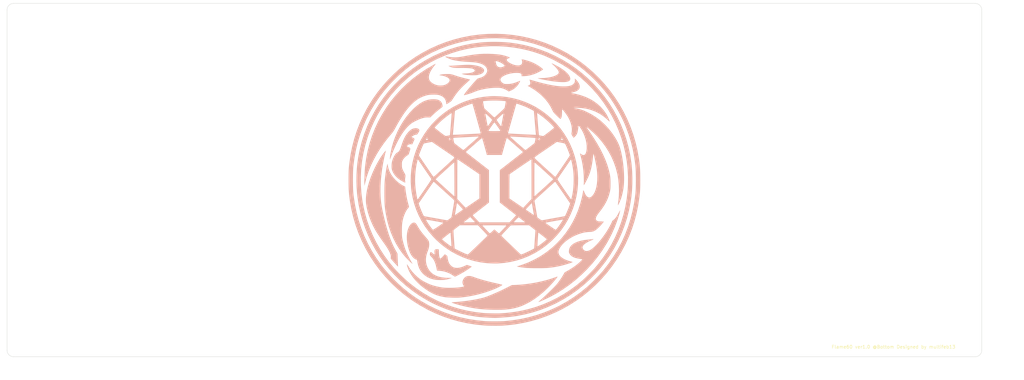
<source format=kicad_pcb>
(kicad_pcb (version 20211014) (generator pcbnew)
  (layers (0 "F.Cu" signal) (31 "B.Cu" signal) (34 "B.Paste" user) (35 "F.Paste" user) (36 "B.SilkS" user "B.Silkscreen") (37 "F.SilkS" user "F.Silkscreen") (38 "B.Mask" user) (39 "F.Mask" user) (44 "Edge.Cuts" user))
  (net 0 "")
  (footprint "kbd_Hole:m2_Screw_Hole" (layer "F.Cu") (at 358 61)
    (fp_text reference "H9")
    (fp_text value "MountingHole")
    (pad "" np_thru_hole circle locked (at 0 0) (size 2.2 2.2) (drill 2.2) (layers *.Cu *.Mask))
  )
  (footprint "kbd_Hole:m2_Screw_Hole" (layer "F.Cu") (at 358 141)
    (fp_text reference "H11")
    (fp_text value "MountingHole")
    (pad "" np_thru_hole circle locked (at 0 0) (size 2.2 2.2) (drill 2.2) (layers *.Cu *.Mask))
  )
  (footprint "kbd_Hole:m2_Screw_Hole" (layer "F.Cu") (at 162 163)
    (fp_text reference "H6")
    (fp_text value "MountingHole")
    (pad "" np_thru_hole circle locked (at 0 0) (size 2.2 2.2) (drill 2.2) (layers *.Cu *.Mask))
  )
  (footprint "kbd_Hole:m2_Screw_Hole" (layer "F.Cu") (at 261 163)
    (fp_text reference "H8")
    (fp_text value "MountingHole")
    (pad "" np_thru_hole circle locked (at 0 0) (size 2.2 2.2) (drill 2.2) (layers *.Cu *.Mask))
  )
  (footprint "kbd_Hole:m2_Screw_Hole" (layer "F.Cu") (at 66 61)
    (fp_text reference "H1")
    (fp_text value "MountingHole" hide)
    (pad "" np_thru_hole circle locked (at 0 0) (size 2.2 2.2) (drill 2.2) (layers *.Cu *.Mask))
  )
  (footprint "kbd_Hole:m2_Screw_Hole" (layer "F.Cu") (at 358 163)
    (fp_text reference "H12")
    (fp_text value "MountingHole")
    (pad "" np_thru_hole circle locked (at 0 0) (size 2.2 2.2) (drill 2.2) (layers *.Cu *.Mask))
  )
  (footprint "kbd_Hole:m2_Screw_Hole" (layer "F.Cu") (at 66 83)
    (fp_text reference "H2")
    (fp_text value "MountingHole" hide)
    (pad "" np_thru_hole circle locked (at 0 0) (size 2.2 2.2) (drill 2.2) (layers *.Cu *.Mask))
  )
  (footprint "kbd_Hole:m2_Screw_Hole" (layer "F.Cu") (at 66 163)
    (fp_text reference "H4" hide)
    (fp_text value "MountingHole" hide)
    (pad "" np_thru_hole circle locked (at 0 0) (size 2.2 2.2) (drill 2.2) (layers *.Cu *.Mask))
  )
  (footprint "kbd_Hole:m2_Screw_Hole" (layer "F.Cu") (at 358 83)
    (fp_text reference "H10")
    (fp_text value "MountingHole")
    (pad "" np_thru_hole circle locked (at 0 0) (size 2.2 2.2) (drill 2.2) (layers *.Cu *.Mask))
  )
  (footprint "kbd_Hole:m2_Screw_Hole" (layer "F.Cu") (at 66 141)
    (fp_text reference "H3")
    (fp_text value "MountingHole")
    (pad "" np_thru_hole circle locked (at 0 0) (size 2.2 2.2) (drill 2.2) (layers *.Cu *.Mask))
  )
  (footprint "kbd_Hole:m2_Screw_Hole" (layer "F.Cu") (at 162 61)
    (fp_text reference "H5")
    (fp_text value "MountingHole")
    (pad "" np_thru_hole circle locked (at 0 0) (size 2.2 2.2) (drill 2.2) (layers *.Cu *.Mask))
  )
  (footprint "kbd_Hole:m2_Screw_Hole" (layer "F.Cu") (at 261 61)
    (fp_text reference "H7")
    (fp_text value "MountingHole")
    (pad "" np_thru_hole circle locked (at 0 0) (size 2.2 2.2) (drill 2.2) (layers *.Cu *.Mask))
  )
  (footprint "Silk_Wizard_logos:silk_wizard_logo_90x90" (layer "B.Cu") (at 211.998841 111.91875 180)
    (fp_text reference "G***" hide)
    (fp_text value "LOGO" hide)
  )
  (gr_arc (start 359 58) (mid 360.414214 58.585786) (end 361 60) (layer "Edge.Cuts") (width 0.1))
  (gr_arc (start 361 164) (mid 360.414214 165.414214) (end 359 166) (layer "Edge.Cuts") (width 0.1))
  (gr_line (start 361 164) (end 361 60) (layer "Edge.Cuts") (width 0.1))
  (gr_arc (start 63 60) (mid 63.585786 58.585786) (end 65 58) (layer "Edge.Cuts") (width 0.1))
  (gr_line (start 63 60) (end 63 164) (layer "Edge.Cuts") (width 0.1))
  (gr_line (start 65 166) (end 359 166) (layer "Edge.Cuts") (width 0.1))
  (gr_line (start 359 58) (end 65 58) (layer "Edge.Cuts") (width 0.1))
  (gr_arc (start 65 166) (mid 63.585786 165.414214) (end 63 164) (layer "Edge.Cuts") (width 0.1))
  (gr_text "Flame60 ver1.0 @Bottom Designed by multifeb13" (at 353 163) (layer "F.SilkS") (effects (font (size 1 1) (thickness 0.125)) (justify right)))
)
</source>
